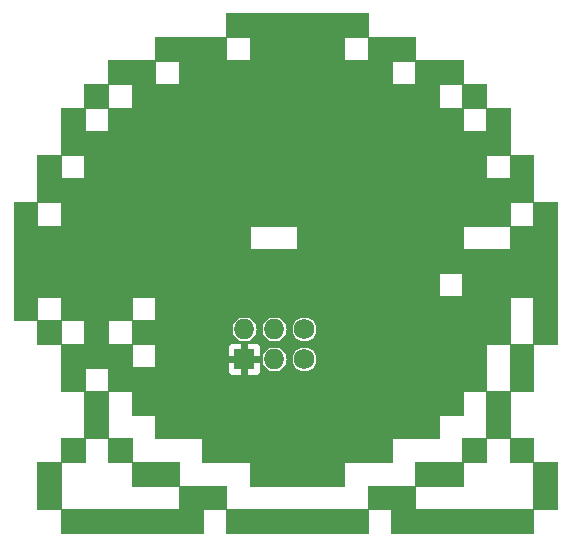
<source format=gbr>
G04 #@! TF.GenerationSoftware,KiCad,Pcbnew,5.1.2-f72e74a~84~ubuntu16.04.1*
G04 #@! TF.CreationDate,2019-07-01T21:57:51-07:00*
G04 #@! TF.ProjectId,Kirby_SAO,4b697262-795f-4534-914f-2e6b69636164,rev?*
G04 #@! TF.SameCoordinates,Original*
G04 #@! TF.FileFunction,Copper,L1,Top*
G04 #@! TF.FilePolarity,Positive*
%FSLAX46Y46*%
G04 Gerber Fmt 4.6, Leading zero omitted, Abs format (unit mm)*
G04 Created by KiCad (PCBNEW 5.1.2-f72e74a~84~ubuntu16.04.1) date 2019-07-01 21:57:51*
%MOMM*%
%LPD*%
G04 APERTURE LIST*
%ADD10C,0.010000*%
%ADD11R,1.727200X1.727200*%
%ADD12O,1.727200X1.727200*%
%ADD13C,1.727200*%
%ADD14C,0.025400*%
G04 APERTURE END LIST*
D10*
G36*
X107027333Y-79997500D02*
G01*
X111027833Y-79997500D01*
X111027833Y-82008334D01*
X115028333Y-82008334D01*
X115028333Y-83998000D01*
X117018000Y-83998000D01*
X117018000Y-86008834D01*
X119028833Y-86008834D01*
X119028833Y-89987748D01*
X120018375Y-89993249D01*
X121007916Y-89998750D01*
X121018714Y-94009834D01*
X123008166Y-94009834D01*
X123008166Y-106032500D01*
X121018500Y-106032500D01*
X121018505Y-108027459D01*
X121018511Y-110022417D01*
X119028833Y-110011017D01*
X119028833Y-113991167D01*
X121018500Y-113991167D01*
X121018500Y-116002000D01*
X123008166Y-116002000D01*
X123008166Y-120023667D01*
X121018500Y-120023667D01*
X121018500Y-122013334D01*
X108995833Y-122013334D01*
X108995833Y-120023667D01*
X107027333Y-120023667D01*
X107027333Y-122013334D01*
X95004666Y-122013334D01*
X95004666Y-120023667D01*
X93015000Y-120023667D01*
X93015000Y-122013334D01*
X80992333Y-122013334D01*
X80992333Y-120023667D01*
X79002666Y-120023667D01*
X79002666Y-116023167D01*
X81013500Y-116023167D01*
X81013500Y-120002500D01*
X91004166Y-120002500D01*
X91004166Y-118012834D01*
X87003666Y-118012834D01*
X87003666Y-116023167D01*
X84992833Y-116023167D01*
X84992833Y-114012334D01*
X83024333Y-114012334D01*
X83024333Y-116023167D01*
X81013500Y-116023167D01*
X79002666Y-116023167D01*
X79002666Y-116002000D01*
X80991918Y-116002000D01*
X81002916Y-114001750D01*
X83003166Y-113990752D01*
X83003166Y-110011834D01*
X80992333Y-110011834D01*
X80992333Y-108022167D01*
X83024333Y-108022167D01*
X83024333Y-110011834D01*
X84992833Y-110011834D01*
X85014000Y-110011834D01*
X85014000Y-113990752D01*
X87014250Y-114001750D01*
X87019748Y-115001875D01*
X87025247Y-116002000D01*
X91025333Y-116002000D01*
X91025333Y-118012834D01*
X95025833Y-118012834D01*
X95025833Y-120002500D01*
X107006166Y-120002500D01*
X107006166Y-118012834D01*
X111006666Y-118012834D01*
X111027833Y-118012834D01*
X111027833Y-120002500D01*
X120997333Y-120002500D01*
X120997333Y-116023167D01*
X119007666Y-116023167D01*
X119007666Y-114012334D01*
X117018000Y-114012334D01*
X117018000Y-116023167D01*
X115028333Y-116023167D01*
X115028333Y-118012834D01*
X111027833Y-118012834D01*
X111006666Y-118012834D01*
X111006666Y-116002000D01*
X115007166Y-116002000D01*
X115007166Y-113991167D01*
X116996833Y-113991167D01*
X116996833Y-110011834D01*
X115028333Y-110011834D01*
X115028333Y-112022667D01*
X113017500Y-112022667D01*
X113017500Y-114012334D01*
X109017000Y-114012334D01*
X109017000Y-116023167D01*
X105016500Y-116023167D01*
X105016500Y-118012834D01*
X96994333Y-118012834D01*
X96994333Y-116023167D01*
X92993833Y-116023167D01*
X92993833Y-114012334D01*
X88993333Y-114012334D01*
X88993333Y-112022667D01*
X87003666Y-112022667D01*
X87003666Y-110011834D01*
X85014000Y-110011834D01*
X84992833Y-110011834D01*
X84992833Y-108022167D01*
X83024333Y-108022167D01*
X80992333Y-108022167D01*
X80992333Y-106032919D01*
X80916962Y-106032500D01*
X87024833Y-106032500D01*
X87024833Y-108001000D01*
X88993333Y-108001000D01*
X88993333Y-106032500D01*
X87024833Y-106032500D01*
X80916962Y-106032500D01*
X80002791Y-106027418D01*
X79013250Y-106021917D01*
X79002252Y-104021667D01*
X81013500Y-104021667D01*
X81013500Y-106011334D01*
X83003166Y-106011334D01*
X83003166Y-104021667D01*
X85014000Y-104021667D01*
X85014000Y-106011334D01*
X87003666Y-106011334D01*
X87003666Y-104021667D01*
X85014000Y-104021667D01*
X83003166Y-104021667D01*
X81013500Y-104021667D01*
X79002252Y-104021667D01*
X77013000Y-104021667D01*
X77013000Y-102010834D01*
X79023833Y-102010834D01*
X79023833Y-104000500D01*
X80992333Y-104000500D01*
X80992333Y-102010834D01*
X87024833Y-102010834D01*
X87024833Y-104000500D01*
X88993333Y-104000500D01*
X88993333Y-103026834D01*
X95025833Y-103026834D01*
X95025833Y-108995834D01*
X103005666Y-108995834D01*
X103005666Y-106032500D01*
X117018000Y-106032500D01*
X117018000Y-110011834D01*
X119007666Y-110011834D01*
X119007666Y-106032500D01*
X117018000Y-106032500D01*
X103005666Y-106032500D01*
X103005666Y-103026834D01*
X95025833Y-103026834D01*
X88993333Y-103026834D01*
X88993333Y-102010834D01*
X119028833Y-102010834D01*
X119028833Y-106011334D01*
X120997333Y-106011334D01*
X120997333Y-102010834D01*
X119028833Y-102010834D01*
X88993333Y-102010834D01*
X87024833Y-102010834D01*
X80992333Y-102010834D01*
X79023833Y-102010834D01*
X77013000Y-102010834D01*
X77013000Y-100021167D01*
X113017500Y-100021167D01*
X113017500Y-101989667D01*
X115007166Y-101989667D01*
X115007166Y-100021167D01*
X113017500Y-100021167D01*
X77013000Y-100021167D01*
X77013000Y-96020667D01*
X97015500Y-96020667D01*
X97015500Y-98010334D01*
X100994833Y-98010334D01*
X100994833Y-96020667D01*
X115028333Y-96020667D01*
X115028333Y-98010334D01*
X119007666Y-98010334D01*
X119007666Y-96020667D01*
X115028333Y-96020667D01*
X100994833Y-96020667D01*
X97015500Y-96020667D01*
X77013000Y-96020667D01*
X77013000Y-94031000D01*
X79023833Y-94031000D01*
X79023833Y-95999500D01*
X80992333Y-95999500D01*
X80992333Y-94031000D01*
X119028833Y-94031000D01*
X119028833Y-95999500D01*
X120997333Y-95999500D01*
X120997333Y-94031000D01*
X119028833Y-94031000D01*
X80992333Y-94031000D01*
X79023833Y-94031000D01*
X77013000Y-94031000D01*
X77013000Y-94009834D01*
X79002451Y-94009834D01*
X79007850Y-92004292D01*
X79013221Y-90009334D01*
X81013500Y-90009334D01*
X81013500Y-91999000D01*
X83003166Y-91999000D01*
X83003166Y-90009334D01*
X117018000Y-90009334D01*
X117018000Y-91999000D01*
X119007666Y-91999000D01*
X119007666Y-90009334D01*
X117018000Y-90009334D01*
X83003166Y-90009334D01*
X81013500Y-90009334D01*
X79013221Y-90009334D01*
X79013250Y-89998750D01*
X80002791Y-89993249D01*
X80992333Y-89987748D01*
X80992333Y-86030000D01*
X83024333Y-86030000D01*
X83024333Y-87998500D01*
X84992833Y-87998500D01*
X84992833Y-86030000D01*
X115028333Y-86030000D01*
X115028333Y-87998500D01*
X116996833Y-87998500D01*
X116996833Y-86030000D01*
X115028333Y-86030000D01*
X84992833Y-86030000D01*
X83024333Y-86030000D01*
X80992333Y-86030000D01*
X80992333Y-86008834D01*
X83003166Y-86008834D01*
X83003166Y-84019167D01*
X85014000Y-84019167D01*
X85014000Y-86008834D01*
X87003666Y-86008834D01*
X87003666Y-84019167D01*
X113017500Y-84019167D01*
X113017500Y-86008834D01*
X115007166Y-86008834D01*
X115007166Y-84019167D01*
X113017500Y-84019167D01*
X87003666Y-84019167D01*
X85014000Y-84019167D01*
X83003166Y-84019167D01*
X83003166Y-83998000D01*
X84992833Y-83998000D01*
X84992833Y-82029500D01*
X89014500Y-82029500D01*
X89014500Y-83998000D01*
X91004166Y-83998000D01*
X91004166Y-82029500D01*
X109017000Y-82029500D01*
X109017000Y-83998000D01*
X111006666Y-83998000D01*
X111006666Y-82029500D01*
X109017000Y-82029500D01*
X91004166Y-82029500D01*
X89014500Y-82029500D01*
X84992833Y-82029500D01*
X84992833Y-82008334D01*
X88993333Y-82008334D01*
X88993333Y-80018667D01*
X95025833Y-80018667D01*
X95025833Y-82008334D01*
X96994333Y-82008334D01*
X96994333Y-80018667D01*
X105016500Y-80018667D01*
X105016500Y-82008334D01*
X107006166Y-82008334D01*
X107006166Y-80018667D01*
X105016500Y-80018667D01*
X96994333Y-80018667D01*
X95025833Y-80018667D01*
X88993333Y-80018667D01*
X88993333Y-79997500D01*
X95004666Y-79997500D01*
X95004666Y-78007834D01*
X107027333Y-78007834D01*
X107027333Y-79997500D01*
X107027333Y-79997500D01*
G37*
X107027333Y-79997500D02*
X111027833Y-79997500D01*
X111027833Y-82008334D01*
X115028333Y-82008334D01*
X115028333Y-83998000D01*
X117018000Y-83998000D01*
X117018000Y-86008834D01*
X119028833Y-86008834D01*
X119028833Y-89987748D01*
X120018375Y-89993249D01*
X121007916Y-89998750D01*
X121018714Y-94009834D01*
X123008166Y-94009834D01*
X123008166Y-106032500D01*
X121018500Y-106032500D01*
X121018505Y-108027459D01*
X121018511Y-110022417D01*
X119028833Y-110011017D01*
X119028833Y-113991167D01*
X121018500Y-113991167D01*
X121018500Y-116002000D01*
X123008166Y-116002000D01*
X123008166Y-120023667D01*
X121018500Y-120023667D01*
X121018500Y-122013334D01*
X108995833Y-122013334D01*
X108995833Y-120023667D01*
X107027333Y-120023667D01*
X107027333Y-122013334D01*
X95004666Y-122013334D01*
X95004666Y-120023667D01*
X93015000Y-120023667D01*
X93015000Y-122013334D01*
X80992333Y-122013334D01*
X80992333Y-120023667D01*
X79002666Y-120023667D01*
X79002666Y-116023167D01*
X81013500Y-116023167D01*
X81013500Y-120002500D01*
X91004166Y-120002500D01*
X91004166Y-118012834D01*
X87003666Y-118012834D01*
X87003666Y-116023167D01*
X84992833Y-116023167D01*
X84992833Y-114012334D01*
X83024333Y-114012334D01*
X83024333Y-116023167D01*
X81013500Y-116023167D01*
X79002666Y-116023167D01*
X79002666Y-116002000D01*
X80991918Y-116002000D01*
X81002916Y-114001750D01*
X83003166Y-113990752D01*
X83003166Y-110011834D01*
X80992333Y-110011834D01*
X80992333Y-108022167D01*
X83024333Y-108022167D01*
X83024333Y-110011834D01*
X84992833Y-110011834D01*
X85014000Y-110011834D01*
X85014000Y-113990752D01*
X87014250Y-114001750D01*
X87019748Y-115001875D01*
X87025247Y-116002000D01*
X91025333Y-116002000D01*
X91025333Y-118012834D01*
X95025833Y-118012834D01*
X95025833Y-120002500D01*
X107006166Y-120002500D01*
X107006166Y-118012834D01*
X111006666Y-118012834D01*
X111027833Y-118012834D01*
X111027833Y-120002500D01*
X120997333Y-120002500D01*
X120997333Y-116023167D01*
X119007666Y-116023167D01*
X119007666Y-114012334D01*
X117018000Y-114012334D01*
X117018000Y-116023167D01*
X115028333Y-116023167D01*
X115028333Y-118012834D01*
X111027833Y-118012834D01*
X111006666Y-118012834D01*
X111006666Y-116002000D01*
X115007166Y-116002000D01*
X115007166Y-113991167D01*
X116996833Y-113991167D01*
X116996833Y-110011834D01*
X115028333Y-110011834D01*
X115028333Y-112022667D01*
X113017500Y-112022667D01*
X113017500Y-114012334D01*
X109017000Y-114012334D01*
X109017000Y-116023167D01*
X105016500Y-116023167D01*
X105016500Y-118012834D01*
X96994333Y-118012834D01*
X96994333Y-116023167D01*
X92993833Y-116023167D01*
X92993833Y-114012334D01*
X88993333Y-114012334D01*
X88993333Y-112022667D01*
X87003666Y-112022667D01*
X87003666Y-110011834D01*
X85014000Y-110011834D01*
X84992833Y-110011834D01*
X84992833Y-108022167D01*
X83024333Y-108022167D01*
X80992333Y-108022167D01*
X80992333Y-106032919D01*
X80916962Y-106032500D01*
X87024833Y-106032500D01*
X87024833Y-108001000D01*
X88993333Y-108001000D01*
X88993333Y-106032500D01*
X87024833Y-106032500D01*
X80916962Y-106032500D01*
X80002791Y-106027418D01*
X79013250Y-106021917D01*
X79002252Y-104021667D01*
X81013500Y-104021667D01*
X81013500Y-106011334D01*
X83003166Y-106011334D01*
X83003166Y-104021667D01*
X85014000Y-104021667D01*
X85014000Y-106011334D01*
X87003666Y-106011334D01*
X87003666Y-104021667D01*
X85014000Y-104021667D01*
X83003166Y-104021667D01*
X81013500Y-104021667D01*
X79002252Y-104021667D01*
X77013000Y-104021667D01*
X77013000Y-102010834D01*
X79023833Y-102010834D01*
X79023833Y-104000500D01*
X80992333Y-104000500D01*
X80992333Y-102010834D01*
X87024833Y-102010834D01*
X87024833Y-104000500D01*
X88993333Y-104000500D01*
X88993333Y-103026834D01*
X95025833Y-103026834D01*
X95025833Y-108995834D01*
X103005666Y-108995834D01*
X103005666Y-106032500D01*
X117018000Y-106032500D01*
X117018000Y-110011834D01*
X119007666Y-110011834D01*
X119007666Y-106032500D01*
X117018000Y-106032500D01*
X103005666Y-106032500D01*
X103005666Y-103026834D01*
X95025833Y-103026834D01*
X88993333Y-103026834D01*
X88993333Y-102010834D01*
X119028833Y-102010834D01*
X119028833Y-106011334D01*
X120997333Y-106011334D01*
X120997333Y-102010834D01*
X119028833Y-102010834D01*
X88993333Y-102010834D01*
X87024833Y-102010834D01*
X80992333Y-102010834D01*
X79023833Y-102010834D01*
X77013000Y-102010834D01*
X77013000Y-100021167D01*
X113017500Y-100021167D01*
X113017500Y-101989667D01*
X115007166Y-101989667D01*
X115007166Y-100021167D01*
X113017500Y-100021167D01*
X77013000Y-100021167D01*
X77013000Y-96020667D01*
X97015500Y-96020667D01*
X97015500Y-98010334D01*
X100994833Y-98010334D01*
X100994833Y-96020667D01*
X115028333Y-96020667D01*
X115028333Y-98010334D01*
X119007666Y-98010334D01*
X119007666Y-96020667D01*
X115028333Y-96020667D01*
X100994833Y-96020667D01*
X97015500Y-96020667D01*
X77013000Y-96020667D01*
X77013000Y-94031000D01*
X79023833Y-94031000D01*
X79023833Y-95999500D01*
X80992333Y-95999500D01*
X80992333Y-94031000D01*
X119028833Y-94031000D01*
X119028833Y-95999500D01*
X120997333Y-95999500D01*
X120997333Y-94031000D01*
X119028833Y-94031000D01*
X80992333Y-94031000D01*
X79023833Y-94031000D01*
X77013000Y-94031000D01*
X77013000Y-94009834D01*
X79002451Y-94009834D01*
X79007850Y-92004292D01*
X79013221Y-90009334D01*
X81013500Y-90009334D01*
X81013500Y-91999000D01*
X83003166Y-91999000D01*
X83003166Y-90009334D01*
X117018000Y-90009334D01*
X117018000Y-91999000D01*
X119007666Y-91999000D01*
X119007666Y-90009334D01*
X117018000Y-90009334D01*
X83003166Y-90009334D01*
X81013500Y-90009334D01*
X79013221Y-90009334D01*
X79013250Y-89998750D01*
X80002791Y-89993249D01*
X80992333Y-89987748D01*
X80992333Y-86030000D01*
X83024333Y-86030000D01*
X83024333Y-87998500D01*
X84992833Y-87998500D01*
X84992833Y-86030000D01*
X115028333Y-86030000D01*
X115028333Y-87998500D01*
X116996833Y-87998500D01*
X116996833Y-86030000D01*
X115028333Y-86030000D01*
X84992833Y-86030000D01*
X83024333Y-86030000D01*
X80992333Y-86030000D01*
X80992333Y-86008834D01*
X83003166Y-86008834D01*
X83003166Y-84019167D01*
X85014000Y-84019167D01*
X85014000Y-86008834D01*
X87003666Y-86008834D01*
X87003666Y-84019167D01*
X113017500Y-84019167D01*
X113017500Y-86008834D01*
X115007166Y-86008834D01*
X115007166Y-84019167D01*
X113017500Y-84019167D01*
X87003666Y-84019167D01*
X85014000Y-84019167D01*
X83003166Y-84019167D01*
X83003166Y-83998000D01*
X84992833Y-83998000D01*
X84992833Y-82029500D01*
X89014500Y-82029500D01*
X89014500Y-83998000D01*
X91004166Y-83998000D01*
X91004166Y-82029500D01*
X109017000Y-82029500D01*
X109017000Y-83998000D01*
X111006666Y-83998000D01*
X111006666Y-82029500D01*
X109017000Y-82029500D01*
X91004166Y-82029500D01*
X89014500Y-82029500D01*
X84992833Y-82029500D01*
X84992833Y-82008334D01*
X88993333Y-82008334D01*
X88993333Y-80018667D01*
X95025833Y-80018667D01*
X95025833Y-82008334D01*
X96994333Y-82008334D01*
X96994333Y-80018667D01*
X105016500Y-80018667D01*
X105016500Y-82008334D01*
X107006166Y-82008334D01*
X107006166Y-80018667D01*
X105016500Y-80018667D01*
X96994333Y-80018667D01*
X95025833Y-80018667D01*
X88993333Y-80018667D01*
X88993333Y-79997500D01*
X95004666Y-79997500D01*
X95004666Y-78007834D01*
X107027333Y-78007834D01*
X107027333Y-79997500D01*
D11*
X96520000Y-107290000D03*
D12*
X96520000Y-104750000D03*
X99060000Y-107290000D03*
X99060000Y-104750000D03*
D13*
X101600000Y-107290000D03*
X101600000Y-104750000D03*
D14*
G36*
X102987300Y-108987300D02*
G01*
X95012700Y-108987300D01*
X95012700Y-108153600D01*
X95133181Y-108153600D01*
X95143235Y-108255675D01*
X95173009Y-108353827D01*
X95221359Y-108444285D01*
X95286428Y-108523572D01*
X95365715Y-108588641D01*
X95456173Y-108636991D01*
X95554325Y-108666765D01*
X95656400Y-108676819D01*
X96148525Y-108674300D01*
X96278700Y-108544125D01*
X96278700Y-107531300D01*
X96761300Y-107531300D01*
X96761300Y-108544125D01*
X96891475Y-108674300D01*
X97383600Y-108676819D01*
X97485675Y-108666765D01*
X97583827Y-108636991D01*
X97674285Y-108588641D01*
X97753572Y-108523572D01*
X97818641Y-108444285D01*
X97866991Y-108353827D01*
X97896765Y-108255675D01*
X97906819Y-108153600D01*
X97904300Y-107661475D01*
X97774125Y-107531300D01*
X96761300Y-107531300D01*
X96278700Y-107531300D01*
X95265875Y-107531300D01*
X95135700Y-107661475D01*
X95133181Y-108153600D01*
X95012700Y-108153600D01*
X95012700Y-107290000D01*
X98000800Y-107290000D01*
X98021152Y-107496640D01*
X98081427Y-107695338D01*
X98179307Y-107878460D01*
X98311032Y-108038968D01*
X98471540Y-108170693D01*
X98654662Y-108268573D01*
X98853360Y-108328848D01*
X99008218Y-108344100D01*
X99111782Y-108344100D01*
X99266640Y-108328848D01*
X99465338Y-108268573D01*
X99648460Y-108170693D01*
X99808968Y-108038968D01*
X99940693Y-107878460D01*
X100038573Y-107695338D01*
X100098848Y-107496640D01*
X100119200Y-107290000D01*
X100108975Y-107186180D01*
X100545900Y-107186180D01*
X100545900Y-107393820D01*
X100586409Y-107597470D01*
X100665869Y-107789303D01*
X100781227Y-107961949D01*
X100928051Y-108108773D01*
X101100697Y-108224131D01*
X101292530Y-108303591D01*
X101496180Y-108344100D01*
X101703820Y-108344100D01*
X101907470Y-108303591D01*
X102099303Y-108224131D01*
X102271949Y-108108773D01*
X102418773Y-107961949D01*
X102534131Y-107789303D01*
X102613591Y-107597470D01*
X102654100Y-107393820D01*
X102654100Y-107186180D01*
X102613591Y-106982530D01*
X102534131Y-106790697D01*
X102418773Y-106618051D01*
X102271949Y-106471227D01*
X102099303Y-106355869D01*
X101907470Y-106276409D01*
X101703820Y-106235900D01*
X101496180Y-106235900D01*
X101292530Y-106276409D01*
X101100697Y-106355869D01*
X100928051Y-106471227D01*
X100781227Y-106618051D01*
X100665869Y-106790697D01*
X100586409Y-106982530D01*
X100545900Y-107186180D01*
X100108975Y-107186180D01*
X100098848Y-107083360D01*
X100038573Y-106884662D01*
X99940693Y-106701540D01*
X99808968Y-106541032D01*
X99648460Y-106409307D01*
X99465338Y-106311427D01*
X99266640Y-106251152D01*
X99111782Y-106235900D01*
X99008218Y-106235900D01*
X98853360Y-106251152D01*
X98654662Y-106311427D01*
X98471540Y-106409307D01*
X98311032Y-106541032D01*
X98179307Y-106701540D01*
X98081427Y-106884662D01*
X98021152Y-107083360D01*
X98000800Y-107290000D01*
X95012700Y-107290000D01*
X95012700Y-106426400D01*
X95133181Y-106426400D01*
X95135700Y-106918525D01*
X95265875Y-107048700D01*
X96278700Y-107048700D01*
X96278700Y-106035875D01*
X96761300Y-106035875D01*
X96761300Y-107048700D01*
X97774125Y-107048700D01*
X97904300Y-106918525D01*
X97906819Y-106426400D01*
X97896765Y-106324325D01*
X97866991Y-106226173D01*
X97818641Y-106135715D01*
X97753572Y-106056428D01*
X97674285Y-105991359D01*
X97583827Y-105943009D01*
X97485675Y-105913235D01*
X97383600Y-105903181D01*
X96891475Y-105905700D01*
X96761300Y-106035875D01*
X96278700Y-106035875D01*
X96148525Y-105905700D01*
X95656400Y-105903181D01*
X95554325Y-105913235D01*
X95456173Y-105943009D01*
X95365715Y-105991359D01*
X95286428Y-106056428D01*
X95221359Y-106135715D01*
X95173009Y-106226173D01*
X95143235Y-106324325D01*
X95133181Y-106426400D01*
X95012700Y-106426400D01*
X95012700Y-104750000D01*
X95460800Y-104750000D01*
X95481152Y-104956640D01*
X95541427Y-105155338D01*
X95639307Y-105338460D01*
X95771032Y-105498968D01*
X95931540Y-105630693D01*
X96114662Y-105728573D01*
X96313360Y-105788848D01*
X96468218Y-105804100D01*
X96571782Y-105804100D01*
X96726640Y-105788848D01*
X96925338Y-105728573D01*
X97108460Y-105630693D01*
X97268968Y-105498968D01*
X97400693Y-105338460D01*
X97498573Y-105155338D01*
X97558848Y-104956640D01*
X97579200Y-104750000D01*
X98000800Y-104750000D01*
X98021152Y-104956640D01*
X98081427Y-105155338D01*
X98179307Y-105338460D01*
X98311032Y-105498968D01*
X98471540Y-105630693D01*
X98654662Y-105728573D01*
X98853360Y-105788848D01*
X99008218Y-105804100D01*
X99111782Y-105804100D01*
X99266640Y-105788848D01*
X99465338Y-105728573D01*
X99648460Y-105630693D01*
X99808968Y-105498968D01*
X99940693Y-105338460D01*
X100038573Y-105155338D01*
X100098848Y-104956640D01*
X100119200Y-104750000D01*
X100108975Y-104646180D01*
X100545900Y-104646180D01*
X100545900Y-104853820D01*
X100586409Y-105057470D01*
X100665869Y-105249303D01*
X100781227Y-105421949D01*
X100928051Y-105568773D01*
X101100697Y-105684131D01*
X101292530Y-105763591D01*
X101496180Y-105804100D01*
X101703820Y-105804100D01*
X101907470Y-105763591D01*
X102099303Y-105684131D01*
X102271949Y-105568773D01*
X102418773Y-105421949D01*
X102534131Y-105249303D01*
X102613591Y-105057470D01*
X102654100Y-104853820D01*
X102654100Y-104646180D01*
X102613591Y-104442530D01*
X102534131Y-104250697D01*
X102418773Y-104078051D01*
X102271949Y-103931227D01*
X102099303Y-103815869D01*
X101907470Y-103736409D01*
X101703820Y-103695900D01*
X101496180Y-103695900D01*
X101292530Y-103736409D01*
X101100697Y-103815869D01*
X100928051Y-103931227D01*
X100781227Y-104078051D01*
X100665869Y-104250697D01*
X100586409Y-104442530D01*
X100545900Y-104646180D01*
X100108975Y-104646180D01*
X100098848Y-104543360D01*
X100038573Y-104344662D01*
X99940693Y-104161540D01*
X99808968Y-104001032D01*
X99648460Y-103869307D01*
X99465338Y-103771427D01*
X99266640Y-103711152D01*
X99111782Y-103695900D01*
X99008218Y-103695900D01*
X98853360Y-103711152D01*
X98654662Y-103771427D01*
X98471540Y-103869307D01*
X98311032Y-104001032D01*
X98179307Y-104161540D01*
X98081427Y-104344662D01*
X98021152Y-104543360D01*
X98000800Y-104750000D01*
X97579200Y-104750000D01*
X97558848Y-104543360D01*
X97498573Y-104344662D01*
X97400693Y-104161540D01*
X97268968Y-104001032D01*
X97108460Y-103869307D01*
X96925338Y-103771427D01*
X96726640Y-103711152D01*
X96571782Y-103695900D01*
X96468218Y-103695900D01*
X96313360Y-103711152D01*
X96114662Y-103771427D01*
X95931540Y-103869307D01*
X95771032Y-104001032D01*
X95639307Y-104161540D01*
X95541427Y-104344662D01*
X95481152Y-104543360D01*
X95460800Y-104750000D01*
X95012700Y-104750000D01*
X95012700Y-103012700D01*
X102987300Y-103012700D01*
X102987300Y-108987300D01*
X102987300Y-108987300D01*
G37*
X102987300Y-108987300D02*
X95012700Y-108987300D01*
X95012700Y-108153600D01*
X95133181Y-108153600D01*
X95143235Y-108255675D01*
X95173009Y-108353827D01*
X95221359Y-108444285D01*
X95286428Y-108523572D01*
X95365715Y-108588641D01*
X95456173Y-108636991D01*
X95554325Y-108666765D01*
X95656400Y-108676819D01*
X96148525Y-108674300D01*
X96278700Y-108544125D01*
X96278700Y-107531300D01*
X96761300Y-107531300D01*
X96761300Y-108544125D01*
X96891475Y-108674300D01*
X97383600Y-108676819D01*
X97485675Y-108666765D01*
X97583827Y-108636991D01*
X97674285Y-108588641D01*
X97753572Y-108523572D01*
X97818641Y-108444285D01*
X97866991Y-108353827D01*
X97896765Y-108255675D01*
X97906819Y-108153600D01*
X97904300Y-107661475D01*
X97774125Y-107531300D01*
X96761300Y-107531300D01*
X96278700Y-107531300D01*
X95265875Y-107531300D01*
X95135700Y-107661475D01*
X95133181Y-108153600D01*
X95012700Y-108153600D01*
X95012700Y-107290000D01*
X98000800Y-107290000D01*
X98021152Y-107496640D01*
X98081427Y-107695338D01*
X98179307Y-107878460D01*
X98311032Y-108038968D01*
X98471540Y-108170693D01*
X98654662Y-108268573D01*
X98853360Y-108328848D01*
X99008218Y-108344100D01*
X99111782Y-108344100D01*
X99266640Y-108328848D01*
X99465338Y-108268573D01*
X99648460Y-108170693D01*
X99808968Y-108038968D01*
X99940693Y-107878460D01*
X100038573Y-107695338D01*
X100098848Y-107496640D01*
X100119200Y-107290000D01*
X100108975Y-107186180D01*
X100545900Y-107186180D01*
X100545900Y-107393820D01*
X100586409Y-107597470D01*
X100665869Y-107789303D01*
X100781227Y-107961949D01*
X100928051Y-108108773D01*
X101100697Y-108224131D01*
X101292530Y-108303591D01*
X101496180Y-108344100D01*
X101703820Y-108344100D01*
X101907470Y-108303591D01*
X102099303Y-108224131D01*
X102271949Y-108108773D01*
X102418773Y-107961949D01*
X102534131Y-107789303D01*
X102613591Y-107597470D01*
X102654100Y-107393820D01*
X102654100Y-107186180D01*
X102613591Y-106982530D01*
X102534131Y-106790697D01*
X102418773Y-106618051D01*
X102271949Y-106471227D01*
X102099303Y-106355869D01*
X101907470Y-106276409D01*
X101703820Y-106235900D01*
X101496180Y-106235900D01*
X101292530Y-106276409D01*
X101100697Y-106355869D01*
X100928051Y-106471227D01*
X100781227Y-106618051D01*
X100665869Y-106790697D01*
X100586409Y-106982530D01*
X100545900Y-107186180D01*
X100108975Y-107186180D01*
X100098848Y-107083360D01*
X100038573Y-106884662D01*
X99940693Y-106701540D01*
X99808968Y-106541032D01*
X99648460Y-106409307D01*
X99465338Y-106311427D01*
X99266640Y-106251152D01*
X99111782Y-106235900D01*
X99008218Y-106235900D01*
X98853360Y-106251152D01*
X98654662Y-106311427D01*
X98471540Y-106409307D01*
X98311032Y-106541032D01*
X98179307Y-106701540D01*
X98081427Y-106884662D01*
X98021152Y-107083360D01*
X98000800Y-107290000D01*
X95012700Y-107290000D01*
X95012700Y-106426400D01*
X95133181Y-106426400D01*
X95135700Y-106918525D01*
X95265875Y-107048700D01*
X96278700Y-107048700D01*
X96278700Y-106035875D01*
X96761300Y-106035875D01*
X96761300Y-107048700D01*
X97774125Y-107048700D01*
X97904300Y-106918525D01*
X97906819Y-106426400D01*
X97896765Y-106324325D01*
X97866991Y-106226173D01*
X97818641Y-106135715D01*
X97753572Y-106056428D01*
X97674285Y-105991359D01*
X97583827Y-105943009D01*
X97485675Y-105913235D01*
X97383600Y-105903181D01*
X96891475Y-105905700D01*
X96761300Y-106035875D01*
X96278700Y-106035875D01*
X96148525Y-105905700D01*
X95656400Y-105903181D01*
X95554325Y-105913235D01*
X95456173Y-105943009D01*
X95365715Y-105991359D01*
X95286428Y-106056428D01*
X95221359Y-106135715D01*
X95173009Y-106226173D01*
X95143235Y-106324325D01*
X95133181Y-106426400D01*
X95012700Y-106426400D01*
X95012700Y-104750000D01*
X95460800Y-104750000D01*
X95481152Y-104956640D01*
X95541427Y-105155338D01*
X95639307Y-105338460D01*
X95771032Y-105498968D01*
X95931540Y-105630693D01*
X96114662Y-105728573D01*
X96313360Y-105788848D01*
X96468218Y-105804100D01*
X96571782Y-105804100D01*
X96726640Y-105788848D01*
X96925338Y-105728573D01*
X97108460Y-105630693D01*
X97268968Y-105498968D01*
X97400693Y-105338460D01*
X97498573Y-105155338D01*
X97558848Y-104956640D01*
X97579200Y-104750000D01*
X98000800Y-104750000D01*
X98021152Y-104956640D01*
X98081427Y-105155338D01*
X98179307Y-105338460D01*
X98311032Y-105498968D01*
X98471540Y-105630693D01*
X98654662Y-105728573D01*
X98853360Y-105788848D01*
X99008218Y-105804100D01*
X99111782Y-105804100D01*
X99266640Y-105788848D01*
X99465338Y-105728573D01*
X99648460Y-105630693D01*
X99808968Y-105498968D01*
X99940693Y-105338460D01*
X100038573Y-105155338D01*
X100098848Y-104956640D01*
X100119200Y-104750000D01*
X100108975Y-104646180D01*
X100545900Y-104646180D01*
X100545900Y-104853820D01*
X100586409Y-105057470D01*
X100665869Y-105249303D01*
X100781227Y-105421949D01*
X100928051Y-105568773D01*
X101100697Y-105684131D01*
X101292530Y-105763591D01*
X101496180Y-105804100D01*
X101703820Y-105804100D01*
X101907470Y-105763591D01*
X102099303Y-105684131D01*
X102271949Y-105568773D01*
X102418773Y-105421949D01*
X102534131Y-105249303D01*
X102613591Y-105057470D01*
X102654100Y-104853820D01*
X102654100Y-104646180D01*
X102613591Y-104442530D01*
X102534131Y-104250697D01*
X102418773Y-104078051D01*
X102271949Y-103931227D01*
X102099303Y-103815869D01*
X101907470Y-103736409D01*
X101703820Y-103695900D01*
X101496180Y-103695900D01*
X101292530Y-103736409D01*
X101100697Y-103815869D01*
X100928051Y-103931227D01*
X100781227Y-104078051D01*
X100665869Y-104250697D01*
X100586409Y-104442530D01*
X100545900Y-104646180D01*
X100108975Y-104646180D01*
X100098848Y-104543360D01*
X100038573Y-104344662D01*
X99940693Y-104161540D01*
X99808968Y-104001032D01*
X99648460Y-103869307D01*
X99465338Y-103771427D01*
X99266640Y-103711152D01*
X99111782Y-103695900D01*
X99008218Y-103695900D01*
X98853360Y-103711152D01*
X98654662Y-103771427D01*
X98471540Y-103869307D01*
X98311032Y-104001032D01*
X98179307Y-104161540D01*
X98081427Y-104344662D01*
X98021152Y-104543360D01*
X98000800Y-104750000D01*
X97579200Y-104750000D01*
X97558848Y-104543360D01*
X97498573Y-104344662D01*
X97400693Y-104161540D01*
X97268968Y-104001032D01*
X97108460Y-103869307D01*
X96925338Y-103771427D01*
X96726640Y-103711152D01*
X96571782Y-103695900D01*
X96468218Y-103695900D01*
X96313360Y-103711152D01*
X96114662Y-103771427D01*
X95931540Y-103869307D01*
X95771032Y-104001032D01*
X95639307Y-104161540D01*
X95541427Y-104344662D01*
X95481152Y-104543360D01*
X95460800Y-104750000D01*
X95012700Y-104750000D01*
X95012700Y-103012700D01*
X102987300Y-103012700D01*
X102987300Y-108987300D01*
M02*

</source>
